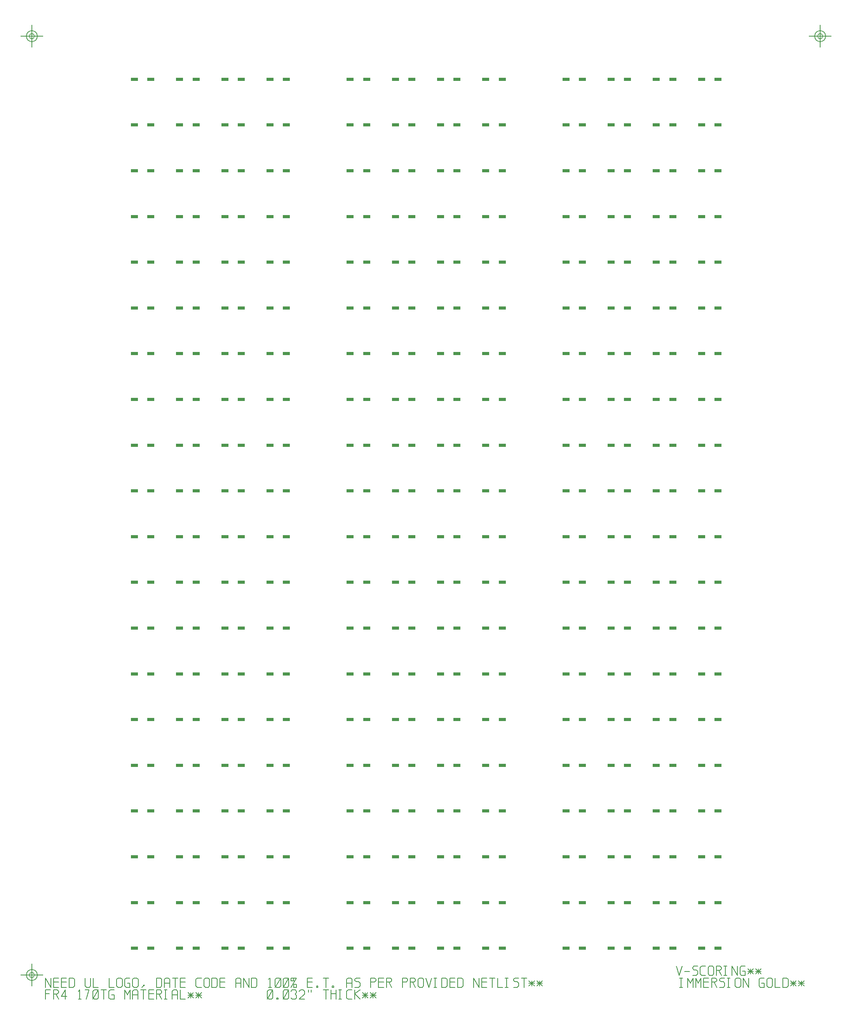
<source format=gbr>
*%FSLAX24Y24*%
%MOIN*%
%IPPOS*%
%ADD10C,0.03*%
%ADD11C,0.024*%
%ADD12R,0.065X0.032*%
%ADD13C,0.0276*%
%ADD14C,0.01*%
%ADD15C,0.015*%
%ADD16C,0.125*%
%ADD17R,0.075X0.075*%
%ADD18R,0.08X0.08*%
%AMD19*
1,1,0.1,0.0,0.0*
1,0,0.0875,0.0,0.0*
1,1,0.05,0.0,0.0*
1,0,0.0375,0.0,0.0*
20,1,0.0062,0.0,-0.0969,0.0,0.0969,0.0*
20,1,0.0062,-0.0969,0.0,0.0969,0.0,0.0*%
%ADD19D19*%
G04:---LTIenv:A019:6,0.2,6 *
%ADD100C,0.03*%
%ADD101C,0.024*%
%ADD102R,0.012X0.024*%
%ADD103R,0.03X0.02*%
%ADD104C,0.007*%
%ADD105R,0.062X0.028*%
%ADD106R,0.0085X0.02*%
%ADD107R,0.026X0.018*%
%ADD108C,0.035*%
%ADD109R,0.07X0.037*%
%ADD110C,0.035*%
%ADD111R,0.017X0.029*%
%ADD112R,0.035X0.025*%
%ADD113C,0.005*%
%AMD117*
1,1,0.001,0.01,0.0*
20,1,0.001,0.01,0.0,-0.01,0.0,0.0*
1,1,0.001,-0.01,0.0*
1,1,0.001,0.0,0.01*
20,1,0.001,0.0,0.01,0.0,-0.01,0.0*
1,1,0.001,0.0,-0.01*%
%ADD117D117*%
%AMD118*
1,1,0.001,0.025,0.0*
20,1,0.001,0.025,0.0,0.0246,-0.0043,0.0*
1,1,0.001,0.0246,-0.0043*
20,1,0.001,0.0246,-0.0043,0.0235,-0.0086,0.0*
1,1,0.001,0.0235,-0.0086*
20,1,0.001,0.0235,-0.0086,0.0217,-0.0125,0.0*
1,1,0.001,0.0217,-0.0125*
20,1,0.001,0.0217,-0.0125,0.0192,-0.0161,0.0*
1,1,0.001,0.0192,-0.0161*
20,1,0.001,0.0192,-0.0161,0.0161,-0.0192,0.0*
1,1,0.001,0.0161,-0.0192*
20,1,0.001,0.0161,-0.0192,0.0125,-0.0217,0.0*
1,1,0.001,0.0125,-0.0217*
20,1,0.001,0.0125,-0.0217,0.0086,-0.0235,0.0*
1,1,0.001,0.0086,-0.0235*
20,1,0.001,0.0086,-0.0235,0.0043,-0.0246,0.0*
1,1,0.001,0.0043,-0.0246*
20,1,0.001,0.0043,-0.0246,0.0,-0.025,0.0*
1,1,0.001,0.0,-0.025*
20,1,0.001,0.0,-0.025,-0.0043,-0.0246,0.0*
1,1,0.001,-0.0043,-0.0246*
20,1,0.001,-0.0043,-0.0246,-0.0086,-0.0235,0.0*
1,1,0.001,-0.0086,-0.0235*
20,1,0.001,-0.0086,-0.0235,-0.0125,-0.0217,0.0*
1,1,0.001,-0.0125,-0.0217*
20,1,0.001,-0.0125,-0.0217,-0.0161,-0.0192,0.0*
1,1,0.001,-0.0161,-0.0192*
20,1,0.001,-0.0161,-0.0192,-0.0192,-0.0161,0.0*
1,1,0.001,-0.0192,-0.0161*
20,1,0.001,-0.0192,-0.0161,-0.0217,-0.0125,0.0*
1,1,0.001,-0.0217,-0.0125*
20,1,0.001,-0.0217,-0.0125,-0.0235,-0.0086,0.0*
1,1,0.001,-0.0235,-0.0086*
20,1,0.001,-0.0235,-0.0086,-0.0246,-0.0043,0.0*
1,1,0.001,-0.0246,-0.0043*
20,1,0.001,-0.0246,-0.0043,-0.025,0.0,0.0*
1,1,0.001,-0.025,0.0*
20,1,0.001,-0.025,0.0,-0.0246,0.0043,0.0*
1,1,0.001,-0.0246,0.0043*
20,1,0.001,-0.0246,0.0043,-0.0235,0.0086,0.0*
1,1,0.001,-0.0235,0.0086*
20,1,0.001,-0.0235,0.0086,-0.0217,0.0125,0.0*
1,1,0.001,-0.0217,0.0125*
20,1,0.001,-0.0217,0.0125,-0.0192,0.0161,0.0*
1,1,0.001,-0.0192,0.0161*
20,1,0.001,-0.0192,0.0161,-0.0161,0.0192,0.0*
1,1,0.001,-0.0161,0.0192*
20,1,0.001,-0.0161,0.0192,-0.0125,0.0217,0.0*
1,1,0.001,-0.0125,0.0217*
20,1,0.001,-0.0125,0.0217,-0.0086,0.0235,0.0*
1,1,0.001,-0.0086,0.0235*
20,1,0.001,-0.0086,0.0235,-0.0043,0.0246,0.0*
1,1,0.001,-0.0043,0.0246*
20,1,0.001,-0.0043,0.0246,0.0,0.025,0.0*
1,1,0.001,0.0,0.025*
20,1,0.001,0.0,0.025,0.0043,0.0246,0.0*
1,1,0.001,0.0043,0.0246*
20,1,0.001,0.0043,0.0246,0.0086,0.0235,0.0*
1,1,0.001,0.0086,0.0235*
20,1,0.001,0.0086,0.0235,0.0125,0.0217,0.0*
1,1,0.001,0.0125,0.0217*
20,1,0.001,0.0125,0.0217,0.0161,0.0192,0.0*
1,1,0.001,0.0161,0.0192*
20,1,0.001,0.0161,0.0192,0.0192,0.0161,0.0*
1,1,0.001,0.0192,0.0161*
20,1,0.001,0.0192,0.0161,0.0217,0.0125,0.0*
1,1,0.001,0.0217,0.0125*
20,1,0.001,0.0217,0.0125,0.0235,0.0086,0.0*
1,1,0.001,0.0235,0.0086*
20,1,0.001,0.0235,0.0086,0.0246,0.0043,0.0*
1,1,0.001,0.0246,0.0043*
20,1,0.001,0.0246,0.0043,0.025,0.0,0.0*
1,1,0.001,0.025,0.0*
1,1,0.001,0.0125,0.0*
20,1,0.001,0.0125,0.0,-0.0125,0.0,0.0*
1,1,0.001,-0.0125,0.0*
1,1,0.001,0.0,0.0125*
20,1,0.001,0.0,0.0125,0.0,-0.0125,0.0*
1,1,0.001,0.0,-0.0125*%
%ADD118D118*%
%ADD119C,0.08*%
%ADD120C,0.008*%
%ADD200C,0.002*%
%ADD901C,0.0118*%
G04:---LTIenv:A901:15,0.0118,1 *
%ADD902C,0.02*%
G04:---LTIenv:A902:15,0.02,2 *

%LPD*%
D120*X580Y-1282D2*Y-2082D1*X120Y-1282*Y-2082*X806Y-1622D2*X1247D1*Y-1282D2*X806D1*Y-2082*X1247*X1487Y-1622D2*X1928D1*Y-1282D2*X1487D1*Y-2082*X1928*X2494D2*X2614Y-1962D1*Y-1408*X2494Y-1282*X2154*Y-2082*X2494*X4000Y-1282D2*Y-1962D1*X3880Y-2082*X3641*X3521Y-1962*Y-1282*X4649Y-2082D2*X4214D1*Y-1282*X6009Y-2082D2*X5575D1*Y-1282*X6236Y-1408D2*Y-1962D1*X6356Y-2082*X6595*X6715Y-1962*Y-1408*X6595Y-1282*X6356*X6236Y-1408*X7143Y-1723D2*X7364D1*Y-2082*X7043*X6923Y-1962*Y-1408*X7043Y-1282*X7364*X7597Y-1408D2*Y-1962D1*X7717Y-2082*X7956*X8076Y-1962*Y-1408*X7956Y-1282*X7717*X7597Y-1408*X8517Y-1975D2*Y-1887D1*X8611*X8391Y-2082*X9978D2*X10098Y-1962D1*Y-1408*X9978Y-1282*X9638*Y-2082*X9978*X10318Y-1723D2*X10778D1*Y-2082D2*Y-1408D1*X10658Y-1282*X10438*X10318Y-1408*Y-2082*X11250D2*Y-1282D1*X11011D2*X11490D1*X11691Y-1622D2*X12132D1*Y-1282D2*X11691D1*Y-2082*X12132*X13506D2*X13146D1*X13027Y-1962*Y-1408*X13146Y-1282*X13506*X13720Y-1408D2*Y-1962D1*X13839Y-2082*X14079*X14198Y-1962*Y-1408*X14079Y-1282*X13839*X13720Y-1408*X14740Y-2082D2*X14860Y-1962D1*Y-1408*X14740Y-1282*X14400*Y-2082*X14740*X15093Y-1622D2*X15534D1*Y-1282D2*X15093D1*Y-2082*X15534*X16441Y-1723D2*X16901D1*Y-2082D2*Y-1408D1*X16781Y-1282*X16561*X16441Y-1408*Y-2082*X17587Y-1282D2*Y-2082D1*X17128Y-1282*Y-2082*X18142D2*X18261Y-1962D1*Y-1408*X18142Y-1282*X17802*Y-2082*X18142*X19509D2*X19269D1*X19389D2*Y-1282D1*X19269Y-1408*X19836Y-2082D2*X20315Y-1282D1*X19956D2*X19836Y-1408D1*Y-1962*X19956Y-2082*X20195*X20315Y-1962*Y-1408*X20195Y-1282*X19956*X20517Y-2082D2*X20995Y-1282D1*X20636D2*X20517Y-1408D1*Y-1962*X20636Y-2082*X20876*X20995Y-1962*Y-1408*X20876Y-1282*X20636*X21417Y-2082D2*X21657D1*Y-1843*X21417*Y-2082*X21178D2*X21657Y-1282D1*X21417*Y-1528*X21178*Y-1282*X21417*X22576Y-1622D2*X23017D1*Y-1282D2*X22576D1*Y-2082*X23017*X23370D2*X23490D1*Y-1962*X23370*Y-2082*X24176D2*Y-1282D1*X23937D2*X24416D1*X24731Y-2082D2*X24850D1*Y-1962*X24731*Y-2082*X25965Y-1723D2*X26425D1*Y-2082D2*Y-1408D1*X26306Y-1282*X26085*X25965Y-1408*Y-2082*X26665D2*X26986D1*X27106Y-1962*Y-1723*X26986Y-1603*X26784*X26665Y-1484*Y-1408*X26784Y-1282*X27106*X28019Y-1622D2*X28359D1*X28479Y-1502*Y-1408*X28359Y-1282*X28019*Y-2082*X28699Y-1622D2*X29140D1*Y-1282D2*X28699D1*Y-2082*X29140*X29827D2*X29587Y-1647D1*X29392D2*X29707D1*X29827Y-1528*Y-1408*X29707Y-1282*X29392*Y-2082*X30740Y-1622D2*X31080D1*X31200Y-1502*Y-1408*X31080Y-1282*X30740*Y-2082*X31868D2*X31628Y-1647D1*X31433D2*X31748D1*X31868Y-1528*Y-1408*X31748Y-1282*X31433*Y-2082*X32088Y-1408D2*Y-1962D1*X32208Y-2082*X32447*X32567Y-1962*Y-1408*X32447Y-1282*X32208*X32088Y-1408*X33247Y-1282D2*X33008Y-2082D1*X32769Y-1282*X33682Y-2082D2*X33443D1*X33562D2*Y-1282D1*X33682D2*X33443D1*X34469Y-2082D2*X34589Y-1962D1*Y-1408*X34469Y-1282*X34129*Y-2082*X34469*X34822Y-1622D2*X35263D1*Y-1282D2*X34822D1*Y-2082*X35263*X35830D2*X35950Y-1962D1*Y-1408*X35830Y-1282*X35490*Y-2082*X35830*X37317Y-1282D2*Y-2082D1*X36857Y-1282*Y-2082*X37543Y-1622D2*X37984D1*Y-1282D2*X37543D1*Y-2082*X37984*X38463D2*Y-1282D1*X38224D2*X38702D1*X39345Y-2082D2*X38910D1*Y-1282*X39805Y-2082D2*X39565D1*X39685D2*Y-1282D1*X39805D2*X39565D1*X40271Y-2082D2*X40592D1*X40712Y-1962*Y-1723*X40592Y-1603*X40391*X40271Y-1484*Y-1408*X40391Y-1282*X40712*X41184Y-2082D2*Y-1282D1*X40945D2*X41424D1*X42079Y-1962D2*X41600Y-1528D1*Y-1962D2*X42079Y-1528D1*Y-1748D2*X41600D1*X41839Y-1528D2*Y-1962D1*X42759D2*X42280Y-1528D1*Y-1962D2*X42759Y-1528D1*Y-1748D2*X42280D1*X42520Y-1528D2*Y-1962D1*X54772Y-2082D2*X54532D1*X54652D2*Y-1282D1*X54772D2*X54532D1*X55672Y-2082D2*Y-1282D1*X55452Y-1723*X55231Y-1282*Y-2082*X56353D2*Y-1282D1*X56132Y-1723*X55912Y-1282*Y-2082*X56592Y-1622D2*X57033D1*Y-1282D2*X56592D1*Y-2082*X57033*X57720D2*X57480Y-1647D1*X57285D2*X57600D1*X57720Y-1528*Y-1408*X57600Y-1282*X57285*Y-2082*X57959D2*X58280D1*X58400Y-1962*Y-1723*X58280Y-1603*X58079*X57959Y-1484*Y-1408*X58079Y-1282*X58400*X58854Y-2082D2*X58614D1*X58734D2*Y-1282D1*X58854D2*X58614D1*X59301Y-1408D2*Y-1962D1*X59420Y-2082*X59660*X59780Y-1962*Y-1408*X59660Y-1282*X59420*X59301Y-1408*X60447Y-1282D2*Y-2082D1*X59987Y-1282*Y-2082*X61569Y-1723D2*X61789D1*Y-2082*X61468*X61348Y-1962*Y-1408*X61468Y-1282*X61789*X62022Y-1408D2*Y-1962D1*X62142Y-2082*X62381*X62501Y-1962*Y-1408*X62381Y-1282*X62142*X62022Y-1408*X63156Y-2082D2*X62721D1*Y-1282*X63723Y-2082D2*X63843Y-1962D1*Y-1408*X63723Y-1282*X63383*Y-2082*X63723*X64529Y-1962D2*X64050Y-1528D1*Y-1962D2*X64529Y-1528D1*Y-1748D2*X64050D1*X64290Y-1528D2*Y-1962D1*X65209D2*X64731Y-1528D1*Y-1962D2*X65209Y-1528D1*Y-1748D2*X64731D1*X64970Y-1528D2*Y-1962D1*X441Y-2643D2*X126D1*Y-3102D2*Y-2302D1*X561*X1254Y-3102D2*X1014Y-2668D1*X819D2*X1134D1*X1254Y-2548*Y-2428*X1134Y-2302*X819*Y-3102*X1946Y-2863D2*X1487D1*X1827Y-2302*Y-3102*X3181D2*X2942D1*X3061D2*Y-2302D1*X2942Y-2428*X3628Y-3102D2*X3868Y-2302D1*X3509*X4189Y-3102D2*X4668Y-2302D1*X4309D2*X4189Y-2428D1*Y-2983*X4309Y-3102*X4548*X4668Y-2983*Y-2428*X4548Y-2302*X4309*X5128Y-3102D2*Y-2302D1*X4888D2*X5367D1*X5783Y-2743D2*X6003D1*Y-3102*X5682*X5562Y-2983*Y-2428*X5682Y-2302*X6003*X7370Y-3102D2*Y-2302D1*X7150Y-2743*X6929Y-2302*Y-3102*X7597Y-2743D2*X8057D1*Y-3102D2*Y-2428D1*X7937Y-2302*X7717*X7597Y-2428*Y-3102*X8529D2*Y-2302D1*X8290D2*X8769D1*X8970Y-2643D2*X9411D1*Y-2302D2*X8970D1*Y-3102*X9411*X10098D2*X9858Y-2668D1*X9663D2*X9978D1*X10098Y-2548*Y-2428*X9978Y-2302*X9663*Y-3102*X10551D2*X10312D1*X10431D2*Y-2302D1*X10551D2*X10312D1*X10998Y-2743D2*X11458D1*Y-3102D2*Y-2428D1*X11339Y-2302*X11118*X10998Y-2428*Y-3102*X12132D2*X11698D1*Y-2302*X12825Y-2983D2*X12346Y-2548D1*Y-2983D2*X12825Y-2548D1*Y-2769D2*X12346D1*X12586Y-2548D2*Y-2983D1*X13506D2*X13027Y-2548D1*Y-2983D2*X13506Y-2548D1*Y-2769D2*X13027D1*X13266Y-2548D2*Y-2983D1*X19156Y-3102D2*X19635Y-2302D1*X19276D2*X19156Y-2428D1*Y-2983*X19276Y-3102*X19515*X19635Y-2983*Y-2428*X19515Y-2302*X19276*X19969Y-3102D2*X20088D1*Y-2983*X19969*Y-3102*X20517D2*X20995Y-2302D1*X20636D2*X20517Y-2428D1*Y-2983*X20636Y-3102*X20876*X20995Y-2983*Y-2428*X20876Y-2302*X20636*X21178Y-2983D2*X21298Y-3102D1*X21543*X21663Y-2983*Y-2788*X21543Y-2668*X21663Y-2548*Y-2428*X21543Y-2302*X21298*X21178Y-2428*X22343Y-3102D2*X21883D1*X22343Y-2668*Y-2428*X22224Y-2302*X22003*X21883Y-2428*X22917Y-2504D2*Y-2302D1*X22677Y-2504D2*Y-2302D1*X24176Y-3102D2*Y-2302D1*X23937D2*X24416D1*X24605Y-2643D2*X25065D1*Y-2302D2*Y-3102D1*X24605D2*Y-2302D1*X25518Y-3102D2*X25279D1*X25398D2*Y-2302D1*X25518D2*X25279D1*X26431Y-3102D2*X26072D1*X25953Y-2983*Y-2428*X26072Y-2302*X26431*X26665Y-3102D2*Y-2302D1*X27106Y-3102D2*X26665Y-2643D1*X27106Y-2302*X27792Y-2983D2*X27313Y-2548D1*Y-2983D2*X27792Y-2548D1*Y-2769D2*X27313D1*X27553Y-2548D2*Y-2983D1*X28472D2*X27994Y-2548D1*Y-2983D2*X28472Y-2548D1*Y-2769D2*X27994D1*X28233Y-2548D2*Y-2983D1*X54738Y-262D2*X54499Y-1062D1*X54259Y-262*X55393Y-728D2*X54952D1*X55639Y-1062D2*X55960D1*X56080Y-942*Y-703*X55960Y-583*X55759*X55639Y-464*Y-388*X55759Y-262*X56080*X56766Y-1062D2*X56407D1*X56288Y-942*Y-388*X56407Y-262*X56766*X56981Y-388D2*Y-942D1*X57100Y-1062*X57340*X57459Y-942*Y-388*X57340Y-262*X57100*X56981Y-388*X58121Y-1062D2*X57881Y-627D1*X57686D2*X58001D1*X58121Y-508*Y-388*X58001Y-262*X57686*Y-1062*X58574D2*X58335D1*X58455D2*Y-262D1*X58574D2*X58335D1*X59488D2*Y-1062D1*X59028Y-262*Y-1062*X59929Y-703D2*X60149D1*Y-1062*X59828*X59708Y-942*Y-388*X59828Y-262*X60149*X60848Y-942D2*X60370Y-508D1*Y-942D2*X60848Y-508D1*Y-728D2*X60370D1*X60609Y-508D2*Y-942D1*X61529D2*X61050Y-508D1*Y-942D2*X61529Y-508D1*Y-728D2*X61050D1*X61289Y-508D2*Y-942D1*D19*X-1040Y79440D3*X66576D3*X-1040Y-1040D3*D105*X20797Y75740D3*X19379D3*X16921D3*X15503D3*X13045D3*X11627D3*X9169D3*X7751D3*X39309D3*X37891D3*X35433D3*X34015D3*X31557D3*X30139D3*X27681D3*X26263D3*X57821D3*X56403D3*X53945D3*X52527D3*X50069D3*X48651D3*X46193D3*X44775D3*X57821Y71820D3*X56403D3*X53945D3*X52527D3*X50069D3*X48651D3*X46193D3*X44775D3*X39309D3*X37891D3*X35433D3*X34015D3*X31557D3*X30139D3*X27681D3*X26263D3*X20797D3*X19379D3*X16921D3*X15503D3*X13045D3*X11627D3*X9169D3*X7751D3*X20797Y67900D3*X19379D3*X16921D3*X15503D3*X13045D3*X11627D3*X9169D3*X7751D3*X39309D3*X37891D3*X35433D3*X34015D3*X31557D3*X30139D3*X27681D3*X26263D3*X57821D3*X56403D3*X53945D3*X52527D3*X50069D3*X48651D3*X46193D3*X44775D3*X57821Y63980D3*X56403D3*X53945D3*X52527D3*X50069D3*X48651D3*X46193D3*X44775D3*X39309D3*X37891D3*X35433D3*X34015D3*X31557D3*X30139D3*X27681D3*X26263D3*X20797D3*X19379D3*X16921D3*X15503D3*X13045D3*X11627D3*X9169D3*X7751D3*X20797Y60060D3*X19379D3*X16921D3*X15503D3*X13045D3*X11627D3*X9169D3*X7751D3*X39309D3*X37891D3*X35433D3*X34015D3*X31557D3*X30139D3*X27681D3*X26263D3*X57821D3*X56403D3*X53945D3*X52527D3*X50069D3*X48651D3*X46193D3*X44775D3*X57821Y56140D3*X56403D3*X53945D3*X52527D3*X50069D3*X48651D3*X46193D3*X44775D3*X39309D3*X37891D3*X35433D3*X34015D3*X31557D3*X30139D3*X27681D3*X26263D3*X20797D3*X19379D3*X16921D3*X15503D3*X13045D3*X11627D3*X9169D3*X7751D3*X20797Y52220D3*X19379D3*X16921D3*X15503D3*X13045D3*X11627D3*X9169D3*X7751D3*X39309D3*X37891D3*X35433D3*X34015D3*X31557D3*X30139D3*X27681D3*X26263D3*X57821D3*X56403D3*X53945D3*X52527D3*X50069D3*X48651D3*X46193D3*X44775D3*X57821Y48300D3*X56403D3*X53945D3*X52527D3*X50069D3*X48651D3*X46193D3*X44775D3*X39309D3*X37891D3*X35433D3*X34015D3*X31557D3*X30139D3*X27681D3*X26263D3*X20797D3*X19379D3*X16921D3*X15503D3*X13045D3*X11627D3*X9169D3*X7751D3*X20797Y44380D3*X19379D3*X16921D3*X15503D3*X13045D3*X11627D3*X9169D3*X7751D3*X39309D3*X37891D3*X35433D3*X34015D3*X31557D3*X30139D3*X27681D3*X26263D3*X57821D3*X56403D3*X53945D3*X52527D3*X50069D3*X48651D3*X46193D3*X44775D3*X57821Y40460D3*X56403D3*X53945D3*X52527D3*X50069D3*X48651D3*X46193D3*X44775D3*X39309D3*X37891D3*X35433D3*X34015D3*X31557D3*X30139D3*X27681D3*X26263D3*X20797D3*X19379D3*X16921D3*X15503D3*X13045D3*X11627D3*X9169D3*X7751D3*X20797Y36540D3*X19379D3*X16921D3*X15503D3*X13045D3*X11627D3*X9169D3*X7751D3*X39309D3*X37891D3*X35433D3*X34015D3*X31557D3*X30139D3*X27681D3*X26263D3*X57821D3*X56403D3*X53945D3*X52527D3*X50069D3*X48651D3*X46193D3*X44775D3*X57821Y32620D3*X56403D3*X53945D3*X52527D3*X50069D3*X48651D3*X46193D3*X44775D3*X39309D3*X37891D3*X35433D3*X34015D3*X31557D3*X30139D3*X27681D3*X26263D3*X20797D3*X19379D3*X16921D3*X15503D3*X13045D3*X11627D3*X9169D3*X7751D3*X20797Y28700D3*X19379D3*X16921D3*X15503D3*X13045D3*X11627D3*X9169D3*X7751D3*X39309D3*X37891D3*X35433D3*X34015D3*X31557D3*X30139D3*X27681D3*X26263D3*X57821D3*X56403D3*X53945D3*X52527D3*X50069D3*X48651D3*X46193D3*X44775D3*X57821Y24780D3*X56403D3*X53945D3*X52527D3*X50069D3*X48651D3*X46193D3*X44775D3*X39309D3*X37891D3*X35433D3*X34015D3*X31557D3*X30139D3*X27681D3*X26263D3*X20797D3*X19379D3*X16921D3*X15503D3*X13045D3*X11627D3*X9169D3*X7751D3*X20797Y20860D3*X19379D3*X16921D3*X15503D3*X13045D3*X11627D3*X9169D3*X7751D3*X39309D3*X37891D3*X35433D3*X34015D3*X31557D3*X30139D3*X27681D3*X26263D3*X57821D3*X56403D3*X53945D3*X52527D3*X50069D3*X48651D3*X46193D3*X44775D3*X57821Y16940D3*X56403D3*X53945D3*X52527D3*X50069D3*X48651D3*X46193D3*X44775D3*X39309D3*X37891D3*X35433D3*X34015D3*X31557D3*X30139D3*X27681D3*X26263D3*X20797D3*X19379D3*X16921D3*X15503D3*X13045D3*X11627D3*X9169D3*X7751D3*X20797Y13020D3*X19379D3*X16921D3*X15503D3*X13045D3*X11627D3*X9169D3*X7751D3*X39309D3*X37891D3*X35433D3*X34015D3*X31557D3*X30139D3*X27681D3*X26263D3*X57821D3*X56403D3*X53945D3*X52527D3*X50069D3*X48651D3*X46193D3*X44775D3*X57821Y9100D3*X56403D3*X53945D3*X52527D3*X50069D3*X48651D3*X46193D3*X44775D3*X39309D3*X37891D3*X35433D3*X34015D3*X31557D3*X30139D3*X27681D3*X26263D3*X20797D3*X19379D3*X16921D3*X15503D3*X13045D3*X11627D3*X9169D3*X7751D3*X20797Y5180D3*X19379D3*X16921D3*X15503D3*X13045D3*X11627D3*X9169D3*X7751D3*X39309D3*X37891D3*X35433D3*X34015D3*X31557D3*X30139D3*X27681D3*X26263D3*X57821D3*X56403D3*X53945D3*X52527D3*X50069D3*X48651D3*X46193D3*X44775D3*X57821Y1260D3*X56403D3*X53945D3*X52527D3*X50069D3*X48651D3*X46193D3*X44775D3*X39309D3*X37891D3*X35433D3*X34015D3*X31557D3*X30139D3*X27681D3*X26263D3*X20797D3*X19379D3*X16921D3*X15503D3*X13045D3*X11627D3*X9169D3*X7751D3*X0Y0D2*M02*
</source>
